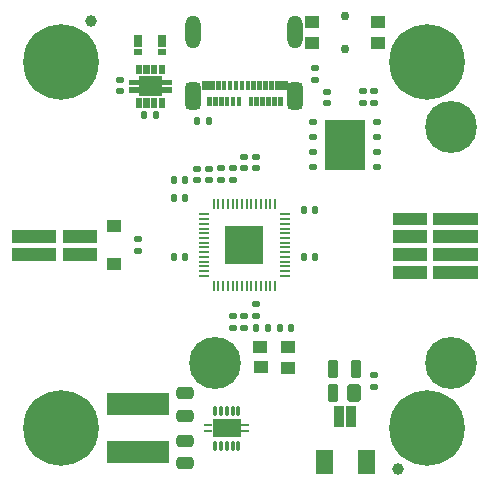
<source format=gbs>
G04 #@! TF.GenerationSoftware,KiCad,Pcbnew,7.0.11*
G04 #@! TF.CreationDate,2024-05-08T11:49:03-04:00*
G04 #@! TF.ProjectId,stepper-interface,73746570-7065-4722-9d69-6e7465726661,1.0*
G04 #@! TF.SameCoordinates,Original*
G04 #@! TF.FileFunction,Soldermask,Bot*
G04 #@! TF.FilePolarity,Negative*
%FSLAX46Y46*%
G04 Gerber Fmt 4.6, Leading zero omitted, Abs format (unit mm)*
G04 Created by KiCad (PCBNEW 7.0.11) date 2024-05-08 11:49:03*
%MOMM*%
%LPD*%
G01*
G04 APERTURE LIST*
G04 Aperture macros list*
%AMRoundRect*
0 Rectangle with rounded corners*
0 $1 Rounding radius*
0 $2 $3 $4 $5 $6 $7 $8 $9 X,Y pos of 4 corners*
0 Add a 4 corners polygon primitive as box body*
4,1,4,$2,$3,$4,$5,$6,$7,$8,$9,$2,$3,0*
0 Add four circle primitives for the rounded corners*
1,1,$1+$1,$2,$3*
1,1,$1+$1,$4,$5*
1,1,$1+$1,$6,$7*
1,1,$1+$1,$8,$9*
0 Add four rect primitives between the rounded corners*
20,1,$1+$1,$2,$3,$4,$5,0*
20,1,$1+$1,$4,$5,$6,$7,0*
20,1,$1+$1,$6,$7,$8,$9,0*
20,1,$1+$1,$8,$9,$2,$3,0*%
G04 Aperture macros list end*
%ADD10C,0.010000*%
%ADD11C,6.400000*%
%ADD12C,4.400000*%
%ADD13C,1.000000*%
%ADD14RoundRect,0.135000X0.185000X-0.135000X0.185000X0.135000X-0.185000X0.135000X-0.185000X-0.135000X0*%
%ADD15RoundRect,0.135000X-0.185000X0.135000X-0.185000X-0.135000X0.185000X-0.135000X0.185000X0.135000X0*%
%ADD16RoundRect,0.140000X0.170000X-0.140000X0.170000X0.140000X-0.170000X0.140000X-0.170000X-0.140000X0*%
%ADD17R,1.300000X1.050000*%
%ADD18RoundRect,0.140000X-0.140000X-0.170000X0.140000X-0.170000X0.140000X0.170000X-0.140000X0.170000X0*%
%ADD19RoundRect,0.250000X-0.475000X0.250000X-0.475000X-0.250000X0.475000X-0.250000X0.475000X0.250000X0*%
%ADD20R,0.700000X0.520000*%
%ADD21R,0.700000X1.050000*%
%ADD22RoundRect,0.140000X0.140000X0.170000X-0.140000X0.170000X-0.140000X-0.170000X0.140000X-0.170000X0*%
%ADD23RoundRect,0.298500X0.298500X-0.453500X0.298500X0.453500X-0.298500X0.453500X-0.298500X-0.453500X0*%
%ADD24RoundRect,0.120600X0.281400X-0.631400X0.281400X0.631400X-0.281400X0.631400X-0.281400X-0.631400X0*%
%ADD25O,1.304000X2.804000*%
%ADD26RoundRect,0.326000X-0.326000X-0.826000X0.326000X-0.826000X0.326000X0.826000X-0.326000X0.826000X0*%
%ADD27C,0.750000*%
%ADD28R,1.200000X1.000000*%
%ADD29RoundRect,0.125000X0.250000X0.125000X-0.250000X0.125000X-0.250000X-0.125000X0.250000X-0.125000X0*%
%ADD30R,3.400000X4.300000*%
%ADD31RoundRect,0.140000X-0.170000X0.140000X-0.170000X-0.140000X0.170000X-0.140000X0.170000X0.140000X0*%
%ADD32R,1.193800X1.092200*%
%ADD33RoundRect,0.250000X0.475000X-0.250000X0.475000X0.250000X-0.475000X0.250000X-0.475000X-0.250000X0*%
%ADD34R,5.207000X1.854200*%
%ADD35RoundRect,0.135000X0.135000X0.185000X-0.135000X0.185000X-0.135000X-0.185000X0.135000X-0.185000X0*%
%ADD36R,0.280000X0.280000*%
%ADD37O,0.280000X0.850000*%
%ADD38C,0.600000*%
%ADD39R,1.050000X0.680000*%
%ADD40R,0.500000X0.260000*%
%ADD41R,0.700000X0.280000*%
%ADD42R,2.400000X1.650000*%
%ADD43RoundRect,0.050000X0.387500X0.050000X-0.387500X0.050000X-0.387500X-0.050000X0.387500X-0.050000X0*%
%ADD44RoundRect,0.050000X0.050000X0.387500X-0.050000X0.387500X-0.050000X-0.387500X0.050000X-0.387500X0*%
%ADD45R,3.200000X3.200000*%
G04 APERTURE END LIST*
D10*
X172101200Y-99851200D02*
X168398800Y-99851200D01*
X168398800Y-98848800D01*
X172101200Y-98848800D01*
X172101200Y-99851200D01*
G36*
X172101200Y-99851200D02*
G01*
X168398800Y-99851200D01*
X168398800Y-98848800D01*
X172101200Y-98848800D01*
X172101200Y-99851200D01*
G37*
X167751200Y-99851200D02*
X164948800Y-99851200D01*
X164948800Y-98848800D01*
X167751200Y-98848800D01*
X167751200Y-99851200D01*
G36*
X167751200Y-99851200D02*
G01*
X164948800Y-99851200D01*
X164948800Y-98848800D01*
X167751200Y-98848800D01*
X167751200Y-99851200D01*
G37*
X172101200Y-101351200D02*
X168398800Y-101351200D01*
X168398800Y-100348800D01*
X172101200Y-100348800D01*
X172101200Y-101351200D01*
G36*
X172101200Y-101351200D02*
G01*
X168398800Y-101351200D01*
X168398800Y-100348800D01*
X172101200Y-100348800D01*
X172101200Y-101351200D01*
G37*
X167751200Y-101351200D02*
X164948800Y-101351200D01*
X164948800Y-100348800D01*
X167751200Y-100348800D01*
X167751200Y-101351200D01*
G36*
X167751200Y-101351200D02*
G01*
X164948800Y-101351200D01*
X164948800Y-100348800D01*
X167751200Y-100348800D01*
X167751200Y-101351200D01*
G37*
X172101200Y-102851200D02*
X168398800Y-102851200D01*
X168398800Y-101848800D01*
X172101200Y-101848800D01*
X172101200Y-102851200D01*
G36*
X172101200Y-102851200D02*
G01*
X168398800Y-102851200D01*
X168398800Y-101848800D01*
X172101200Y-101848800D01*
X172101200Y-102851200D01*
G37*
X167751200Y-102851200D02*
X164948800Y-102851200D01*
X164948800Y-101848800D01*
X167751200Y-101848800D01*
X167751200Y-102851200D01*
G36*
X167751200Y-102851200D02*
G01*
X164948800Y-102851200D01*
X164948800Y-101848800D01*
X167751200Y-101848800D01*
X167751200Y-102851200D01*
G37*
X172101200Y-104351200D02*
X168398800Y-104351200D01*
X168398800Y-103348800D01*
X172101200Y-103348800D01*
X172101200Y-104351200D01*
G36*
X172101200Y-104351200D02*
G01*
X168398800Y-104351200D01*
X168398800Y-103348800D01*
X172101200Y-103348800D01*
X172101200Y-104351200D01*
G37*
X167751200Y-104351200D02*
X164948800Y-104351200D01*
X164948800Y-103348800D01*
X167751200Y-103348800D01*
X167751200Y-104351200D01*
G36*
X167751200Y-104351200D02*
G01*
X164948800Y-104351200D01*
X164948800Y-103348800D01*
X167751200Y-103348800D01*
X167751200Y-104351200D01*
G37*
X149800000Y-88420000D02*
X148800000Y-88420000D01*
X148800000Y-87720000D01*
X149800000Y-87720000D01*
X149800000Y-88420000D01*
G36*
X149800000Y-88420000D02*
G01*
X148800000Y-88420000D01*
X148800000Y-87720000D01*
X149800000Y-87720000D01*
X149800000Y-88420000D01*
G37*
X149550000Y-89720000D02*
X149250000Y-89720000D01*
X149250000Y-89020000D01*
X149550000Y-89020000D01*
X149550000Y-89720000D01*
G36*
X149550000Y-89720000D02*
G01*
X149250000Y-89720000D01*
X149250000Y-89020000D01*
X149550000Y-89020000D01*
X149550000Y-89720000D01*
G37*
X150050000Y-89720000D02*
X149750000Y-89720000D01*
X149750000Y-89020000D01*
X150050000Y-89020000D01*
X150050000Y-89720000D01*
G36*
X150050000Y-89720000D02*
G01*
X149750000Y-89720000D01*
X149750000Y-89020000D01*
X150050000Y-89020000D01*
X150050000Y-89720000D01*
G37*
X150300000Y-88420000D02*
X150000000Y-88420000D01*
X150000000Y-87720000D01*
X150300000Y-87720000D01*
X150300000Y-88420000D01*
G36*
X150300000Y-88420000D02*
G01*
X150000000Y-88420000D01*
X150000000Y-87720000D01*
X150300000Y-87720000D01*
X150300000Y-88420000D01*
G37*
X150550000Y-89720000D02*
X150250000Y-89720000D01*
X150250000Y-89020000D01*
X150550000Y-89020000D01*
X150550000Y-89720000D01*
G36*
X150550000Y-89720000D02*
G01*
X150250000Y-89720000D01*
X150250000Y-89020000D01*
X150550000Y-89020000D01*
X150550000Y-89720000D01*
G37*
X150800000Y-88420000D02*
X150500000Y-88420000D01*
X150500000Y-87720000D01*
X150800000Y-87720000D01*
X150800000Y-88420000D01*
G36*
X150800000Y-88420000D02*
G01*
X150500000Y-88420000D01*
X150500000Y-87720000D01*
X150800000Y-87720000D01*
X150800000Y-88420000D01*
G37*
X151050000Y-89720000D02*
X150750000Y-89720000D01*
X150750000Y-89020000D01*
X151050000Y-89020000D01*
X151050000Y-89720000D01*
G36*
X151050000Y-89720000D02*
G01*
X150750000Y-89720000D01*
X150750000Y-89020000D01*
X151050000Y-89020000D01*
X151050000Y-89720000D01*
G37*
X151300000Y-88420000D02*
X151000000Y-88420000D01*
X151000000Y-87720000D01*
X151300000Y-87720000D01*
X151300000Y-88420000D01*
G36*
X151300000Y-88420000D02*
G01*
X151000000Y-88420000D01*
X151000000Y-87720000D01*
X151300000Y-87720000D01*
X151300000Y-88420000D01*
G37*
X151550000Y-89720000D02*
X151250000Y-89720000D01*
X151250000Y-89020000D01*
X151550000Y-89020000D01*
X151550000Y-89720000D01*
G36*
X151550000Y-89720000D02*
G01*
X151250000Y-89720000D01*
X151250000Y-89020000D01*
X151550000Y-89020000D01*
X151550000Y-89720000D01*
G37*
X151800000Y-88420000D02*
X151500000Y-88420000D01*
X151500000Y-87720000D01*
X151800000Y-87720000D01*
X151800000Y-88420000D01*
G36*
X151800000Y-88420000D02*
G01*
X151500000Y-88420000D01*
X151500000Y-87720000D01*
X151800000Y-87720000D01*
X151800000Y-88420000D01*
G37*
X152050000Y-89720000D02*
X151750000Y-89720000D01*
X151750000Y-89020000D01*
X152050000Y-89020000D01*
X152050000Y-89720000D01*
G36*
X152050000Y-89720000D02*
G01*
X151750000Y-89720000D01*
X151750000Y-89020000D01*
X152050000Y-89020000D01*
X152050000Y-89720000D01*
G37*
X152300000Y-88420000D02*
X152000000Y-88420000D01*
X152000000Y-87720000D01*
X152300000Y-87720000D01*
X152300000Y-88420000D01*
G36*
X152300000Y-88420000D02*
G01*
X152000000Y-88420000D01*
X152000000Y-87720000D01*
X152300000Y-87720000D01*
X152300000Y-88420000D01*
G37*
X152800000Y-88420000D02*
X152500000Y-88420000D01*
X152500000Y-87720000D01*
X152800000Y-87720000D01*
X152800000Y-88420000D01*
G36*
X152800000Y-88420000D02*
G01*
X152500000Y-88420000D01*
X152500000Y-87720000D01*
X152800000Y-87720000D01*
X152800000Y-88420000D01*
G37*
X153050000Y-89720000D02*
X152750000Y-89720000D01*
X152750000Y-89020000D01*
X153050000Y-89020000D01*
X153050000Y-89720000D01*
G36*
X153050000Y-89720000D02*
G01*
X152750000Y-89720000D01*
X152750000Y-89020000D01*
X153050000Y-89020000D01*
X153050000Y-89720000D01*
G37*
X153300000Y-88420000D02*
X153000000Y-88420000D01*
X153000000Y-87720000D01*
X153300000Y-87720000D01*
X153300000Y-88420000D01*
G36*
X153300000Y-88420000D02*
G01*
X153000000Y-88420000D01*
X153000000Y-87720000D01*
X153300000Y-87720000D01*
X153300000Y-88420000D01*
G37*
X153550000Y-89720000D02*
X153250000Y-89720000D01*
X153250000Y-89020000D01*
X153550000Y-89020000D01*
X153550000Y-89720000D01*
G36*
X153550000Y-89720000D02*
G01*
X153250000Y-89720000D01*
X153250000Y-89020000D01*
X153550000Y-89020000D01*
X153550000Y-89720000D01*
G37*
X153800000Y-88420000D02*
X153500000Y-88420000D01*
X153500000Y-87720000D01*
X153800000Y-87720000D01*
X153800000Y-88420000D01*
G36*
X153800000Y-88420000D02*
G01*
X153500000Y-88420000D01*
X153500000Y-87720000D01*
X153800000Y-87720000D01*
X153800000Y-88420000D01*
G37*
X154050000Y-89720000D02*
X153750000Y-89720000D01*
X153750000Y-89020000D01*
X154050000Y-89020000D01*
X154050000Y-89720000D01*
G36*
X154050000Y-89720000D02*
G01*
X153750000Y-89720000D01*
X153750000Y-89020000D01*
X154050000Y-89020000D01*
X154050000Y-89720000D01*
G37*
X154300000Y-88420000D02*
X154000000Y-88420000D01*
X154000000Y-87720000D01*
X154300000Y-87720000D01*
X154300000Y-88420000D01*
G36*
X154300000Y-88420000D02*
G01*
X154000000Y-88420000D01*
X154000000Y-87720000D01*
X154300000Y-87720000D01*
X154300000Y-88420000D01*
G37*
X154550000Y-89720000D02*
X154250000Y-89720000D01*
X154250000Y-89020000D01*
X154550000Y-89020000D01*
X154550000Y-89720000D01*
G36*
X154550000Y-89720000D02*
G01*
X154250000Y-89720000D01*
X154250000Y-89020000D01*
X154550000Y-89020000D01*
X154550000Y-89720000D01*
G37*
X154800000Y-88420000D02*
X154500000Y-88420000D01*
X154500000Y-87720000D01*
X154800000Y-87720000D01*
X154800000Y-88420000D01*
G36*
X154800000Y-88420000D02*
G01*
X154500000Y-88420000D01*
X154500000Y-87720000D01*
X154800000Y-87720000D01*
X154800000Y-88420000D01*
G37*
X155050000Y-89720000D02*
X154750000Y-89720000D01*
X154750000Y-89020000D01*
X155050000Y-89020000D01*
X155050000Y-89720000D01*
G36*
X155050000Y-89720000D02*
G01*
X154750000Y-89720000D01*
X154750000Y-89020000D01*
X155050000Y-89020000D01*
X155050000Y-89720000D01*
G37*
X156000000Y-88420000D02*
X155000000Y-88420000D01*
X155000000Y-87720000D01*
X156000000Y-87720000D01*
X156000000Y-88420000D01*
G36*
X156000000Y-88420000D02*
G01*
X155000000Y-88420000D01*
X155000000Y-87720000D01*
X156000000Y-87720000D01*
X156000000Y-88420000D01*
G37*
X155550000Y-89720000D02*
X155250000Y-89720000D01*
X155250000Y-89020000D01*
X155550000Y-89020000D01*
X155550000Y-89720000D01*
G36*
X155550000Y-89720000D02*
G01*
X155250000Y-89720000D01*
X155250000Y-89020000D01*
X155550000Y-89020000D01*
X155550000Y-89720000D01*
G37*
X136401200Y-102851200D02*
X132698800Y-102851200D01*
X132698800Y-101848800D01*
X136401200Y-101848800D01*
X136401200Y-102851200D01*
G36*
X136401200Y-102851200D02*
G01*
X132698800Y-102851200D01*
X132698800Y-101848800D01*
X136401200Y-101848800D01*
X136401200Y-102851200D01*
G37*
X139851200Y-102851200D02*
X137048800Y-102851200D01*
X137048800Y-101848800D01*
X139851200Y-101848800D01*
X139851200Y-102851200D01*
G36*
X139851200Y-102851200D02*
G01*
X137048800Y-102851200D01*
X137048800Y-101848800D01*
X139851200Y-101848800D01*
X139851200Y-102851200D01*
G37*
X136401200Y-101351200D02*
X132698800Y-101351200D01*
X132698800Y-100348800D01*
X136401200Y-100348800D01*
X136401200Y-101351200D01*
G36*
X136401200Y-101351200D02*
G01*
X132698800Y-101351200D01*
X132698800Y-100348800D01*
X136401200Y-100348800D01*
X136401200Y-101351200D01*
G37*
X139851200Y-101351200D02*
X137048800Y-101351200D01*
X137048800Y-100348800D01*
X139851200Y-100348800D01*
X139851200Y-101351200D01*
G36*
X139851200Y-101351200D02*
G01*
X137048800Y-101351200D01*
X137048800Y-100348800D01*
X139851200Y-100348800D01*
X139851200Y-101351200D01*
G37*
X143650000Y-89870000D02*
X143200000Y-89870000D01*
X143200000Y-89130000D01*
X143650000Y-89130000D01*
X143650000Y-89870000D01*
G36*
X143650000Y-89870000D02*
G01*
X143200000Y-89870000D01*
X143200000Y-89130000D01*
X143650000Y-89130000D01*
X143650000Y-89870000D01*
G37*
X144300000Y-89870000D02*
X143850000Y-89870000D01*
X143850000Y-89130000D01*
X144300000Y-89130000D01*
X144300000Y-89870000D01*
G36*
X144300000Y-89870000D02*
G01*
X143850000Y-89870000D01*
X143850000Y-89130000D01*
X144300000Y-89130000D01*
X144300000Y-89870000D01*
G37*
X144950000Y-89870000D02*
X144500000Y-89870000D01*
X144500000Y-89130000D01*
X144950000Y-89130000D01*
X144950000Y-89870000D01*
G36*
X144950000Y-89870000D02*
G01*
X144500000Y-89870000D01*
X144500000Y-89130000D01*
X144950000Y-89130000D01*
X144950000Y-89870000D01*
G37*
X145600000Y-89870000D02*
X145150000Y-89870000D01*
X145150000Y-89130000D01*
X145600000Y-89130000D01*
X145600000Y-89870000D01*
G36*
X145600000Y-89870000D02*
G01*
X145150000Y-89870000D01*
X145150000Y-89130000D01*
X145600000Y-89130000D01*
X145600000Y-89870000D01*
G37*
X143650000Y-87070000D02*
X143200000Y-87070000D01*
X143200000Y-86330000D01*
X143650000Y-86330000D01*
X143650000Y-87070000D01*
G36*
X143650000Y-87070000D02*
G01*
X143200000Y-87070000D01*
X143200000Y-86330000D01*
X143650000Y-86330000D01*
X143650000Y-87070000D01*
G37*
X144300000Y-87070000D02*
X143850000Y-87070000D01*
X143850000Y-86330000D01*
X144300000Y-86330000D01*
X144300000Y-87070000D01*
G36*
X144300000Y-87070000D02*
G01*
X143850000Y-87070000D01*
X143850000Y-86330000D01*
X144300000Y-86330000D01*
X144300000Y-87070000D01*
G37*
X144950000Y-87070000D02*
X144500000Y-87070000D01*
X144500000Y-86330000D01*
X144950000Y-86330000D01*
X144950000Y-87070000D01*
G36*
X144950000Y-87070000D02*
G01*
X144500000Y-87070000D01*
X144500000Y-86330000D01*
X144950000Y-86330000D01*
X144950000Y-87070000D01*
G37*
X145600000Y-87070000D02*
X145150000Y-87070000D01*
X145150000Y-86330000D01*
X145600000Y-86330000D01*
X145600000Y-87070000D01*
G36*
X145600000Y-87070000D02*
G01*
X145150000Y-87070000D01*
X145150000Y-86330000D01*
X145600000Y-86330000D01*
X145600000Y-87070000D01*
G37*
X145345000Y-87590000D02*
X146170000Y-87590000D01*
X146170000Y-87960000D01*
X145345000Y-87960000D01*
X145345000Y-88240000D01*
X146170000Y-88240000D01*
X146170000Y-88610000D01*
X145345000Y-88610000D01*
X145345000Y-88920000D01*
X143455000Y-88920000D01*
X143455000Y-88610000D01*
X142630000Y-88610000D01*
X142630000Y-88240000D01*
X143455000Y-88240000D01*
X143455000Y-87960000D01*
X142630000Y-87960000D01*
X142630000Y-87590000D01*
X143455000Y-87590000D01*
X143455000Y-87280000D01*
X145345000Y-87280000D01*
X145345000Y-87590000D01*
G36*
X145345000Y-87590000D02*
G01*
X146170000Y-87590000D01*
X146170000Y-87960000D01*
X145345000Y-87960000D01*
X145345000Y-88240000D01*
X146170000Y-88240000D01*
X146170000Y-88610000D01*
X145345000Y-88610000D01*
X145345000Y-88920000D01*
X143455000Y-88920000D01*
X143455000Y-88610000D01*
X142630000Y-88610000D01*
X142630000Y-88240000D01*
X143455000Y-88240000D01*
X143455000Y-87960000D01*
X142630000Y-87960000D01*
X142630000Y-87590000D01*
X143455000Y-87590000D01*
X143455000Y-87280000D01*
X145345000Y-87280000D01*
X145345000Y-87590000D01*
G37*
X163376200Y-120926200D02*
X162023800Y-120926200D01*
X162023800Y-118973800D01*
X163376200Y-118973800D01*
X163376200Y-120926200D01*
G36*
X163376200Y-120926200D02*
G01*
X162023800Y-120926200D01*
X162023800Y-118973800D01*
X163376200Y-118973800D01*
X163376200Y-120926200D01*
G37*
X161776200Y-116876200D02*
X161023800Y-116876200D01*
X161023800Y-115223800D01*
X161776200Y-115223800D01*
X161776200Y-116876200D01*
G36*
X161776200Y-116876200D02*
G01*
X161023800Y-116876200D01*
X161023800Y-115223800D01*
X161776200Y-115223800D01*
X161776200Y-116876200D01*
G37*
X160776200Y-116876200D02*
X160023800Y-116876200D01*
X160023800Y-115223800D01*
X160776200Y-115223800D01*
X160776200Y-116876200D01*
G36*
X160776200Y-116876200D02*
G01*
X160023800Y-116876200D01*
X160023800Y-115223800D01*
X160776200Y-115223800D01*
X160776200Y-116876200D01*
G37*
X159776200Y-120926200D02*
X158423800Y-120926200D01*
X158423800Y-118973800D01*
X159776200Y-118973800D01*
X159776200Y-120926200D01*
G36*
X159776200Y-120926200D02*
G01*
X158423800Y-120926200D01*
X158423800Y-118973800D01*
X159776200Y-118973800D01*
X159776200Y-120926200D01*
G37*
D11*
X167900000Y-117100000D03*
X136900000Y-86100000D03*
X167900000Y-86100000D03*
D12*
X169900000Y-91600000D03*
X169900000Y-111600000D03*
X149900000Y-111600000D03*
D11*
X136900000Y-117100000D03*
D13*
X139400000Y-82600000D03*
D14*
X163400000Y-89610000D03*
X163400000Y-88590000D03*
D15*
X151400000Y-95090000D03*
X151400000Y-96110000D03*
D16*
X153400000Y-95080000D03*
X153400000Y-94120000D03*
D17*
X156050000Y-111975000D03*
X153800000Y-111900000D03*
X153750000Y-110225000D03*
X156050000Y-110225000D03*
D18*
X155420000Y-108600000D03*
X156380000Y-108600000D03*
D19*
X147400000Y-114150000D03*
X147400000Y-116050000D03*
D20*
X143400000Y-85240000D03*
D21*
X143400000Y-84325000D03*
D22*
X154380000Y-108600000D03*
X153420000Y-108600000D03*
D15*
X150400000Y-95090000D03*
X150400000Y-96110000D03*
D16*
X152400000Y-95080000D03*
X152400000Y-94120000D03*
D18*
X157420000Y-102600000D03*
X158380000Y-102600000D03*
D23*
X161665000Y-114125000D03*
D24*
X159940000Y-114125000D03*
X159940000Y-112075000D03*
X161860000Y-112075000D03*
D25*
X148080000Y-83600000D03*
X156720000Y-83600000D03*
D26*
X148080000Y-88960000D03*
X156720000Y-88960000D03*
D27*
X160900000Y-82225000D03*
X160900000Y-84975000D03*
D28*
X163700000Y-84450000D03*
X163700000Y-82750000D03*
X158100000Y-84450000D03*
X158100000Y-82750000D03*
D29*
X163600000Y-91195000D03*
X163600000Y-92465000D03*
X163600000Y-93735000D03*
X163600000Y-95005000D03*
X158200000Y-95005000D03*
X158200000Y-93735000D03*
X158200000Y-92465000D03*
X158200000Y-91195000D03*
D30*
X160900000Y-93100000D03*
D22*
X147380000Y-97600000D03*
X146420000Y-97600000D03*
D16*
X159400000Y-89580000D03*
X159400000Y-88620000D03*
D31*
X152400000Y-107620000D03*
X152400000Y-108580000D03*
D22*
X147380000Y-96100000D03*
X146420000Y-96100000D03*
D16*
X148400000Y-96080000D03*
X148400000Y-95120000D03*
D22*
X144880000Y-90600000D03*
X143920000Y-90600000D03*
D32*
X141400000Y-99987100D03*
X141400000Y-103212900D03*
D20*
X145400000Y-85240000D03*
D21*
X145400000Y-84325000D03*
D18*
X157420000Y-98600000D03*
X158380000Y-98600000D03*
D33*
X147400000Y-120050000D03*
X147400000Y-118150000D03*
D15*
X158400000Y-86590000D03*
X158400000Y-87610000D03*
D34*
X143400000Y-115068000D03*
X143400000Y-119132000D03*
D15*
X153400000Y-106590000D03*
X153400000Y-107610000D03*
D35*
X149410000Y-91100000D03*
X148390000Y-91100000D03*
D31*
X151400000Y-107620000D03*
X151400000Y-108580000D03*
X143400000Y-101120000D03*
X143400000Y-102080000D03*
D13*
X165400000Y-120600000D03*
D14*
X162400000Y-89610000D03*
X162400000Y-88590000D03*
D36*
X149900000Y-115340000D03*
D37*
X149900000Y-115625000D03*
D36*
X150400000Y-115340000D03*
D37*
X150400000Y-115625000D03*
D36*
X150900000Y-115340000D03*
D37*
X150900000Y-115625000D03*
D36*
X151400000Y-115340000D03*
D37*
X151400000Y-115625000D03*
D36*
X151900000Y-115340000D03*
D37*
X151900000Y-115625000D03*
X151900000Y-118575000D03*
D36*
X151900000Y-118860000D03*
D37*
X151400000Y-118575000D03*
D36*
X151400000Y-118860000D03*
D37*
X150900000Y-118575000D03*
D36*
X150900000Y-118860000D03*
D37*
X150400000Y-118575000D03*
D36*
X150400000Y-118860000D03*
D37*
X149900000Y-118575000D03*
D36*
X149900000Y-118860000D03*
D38*
X151650000Y-116600000D03*
X150150000Y-116600000D03*
D39*
X151535000Y-116650000D03*
X150265000Y-116650000D03*
D40*
X152530000Y-116850000D03*
D41*
X152450000Y-116850000D03*
X149350000Y-116850000D03*
D40*
X149270000Y-116850000D03*
D38*
X150900000Y-117100000D03*
D42*
X150900000Y-117100000D03*
D40*
X152530000Y-117350000D03*
D41*
X152450000Y-117350000D03*
X149350000Y-117350000D03*
D40*
X149270000Y-117350000D03*
D39*
X151535000Y-117550000D03*
X150265000Y-117550000D03*
D38*
X151650000Y-117600000D03*
X150150000Y-117600000D03*
D22*
X147380000Y-102600000D03*
X146420000Y-102600000D03*
D43*
X155837500Y-99000000D03*
X155837500Y-99400000D03*
X155837500Y-99800000D03*
X155837500Y-100200000D03*
X155837500Y-100600000D03*
X155837500Y-101000000D03*
X155837500Y-101400000D03*
X155837500Y-101800000D03*
X155837500Y-102200000D03*
X155837500Y-102600000D03*
X155837500Y-103000000D03*
X155837500Y-103400000D03*
X155837500Y-103800000D03*
X155837500Y-104200000D03*
D44*
X155000000Y-105037500D03*
X154600000Y-105037500D03*
X154200000Y-105037500D03*
X153800000Y-105037500D03*
X153400000Y-105037500D03*
X153000000Y-105037500D03*
X152600000Y-105037500D03*
X152200000Y-105037500D03*
X151800000Y-105037500D03*
X151400000Y-105037500D03*
X151000000Y-105037500D03*
X150600000Y-105037500D03*
X150200000Y-105037500D03*
X149800000Y-105037500D03*
D43*
X148962500Y-104200000D03*
X148962500Y-103800000D03*
X148962500Y-103400000D03*
X148962500Y-103000000D03*
X148962500Y-102600000D03*
X148962500Y-102200000D03*
X148962500Y-101800000D03*
X148962500Y-101400000D03*
X148962500Y-101000000D03*
X148962500Y-100600000D03*
X148962500Y-100200000D03*
X148962500Y-99800000D03*
X148962500Y-99400000D03*
X148962500Y-99000000D03*
D44*
X149800000Y-98162500D03*
X150200000Y-98162500D03*
X150600000Y-98162500D03*
X151000000Y-98162500D03*
X151400000Y-98162500D03*
X151800000Y-98162500D03*
X152200000Y-98162500D03*
X152600000Y-98162500D03*
X153000000Y-98162500D03*
X153400000Y-98162500D03*
X153800000Y-98162500D03*
X154200000Y-98162500D03*
X154600000Y-98162500D03*
X155000000Y-98162500D03*
D45*
X152400000Y-101600000D03*
D31*
X141900000Y-87620000D03*
X141900000Y-88580000D03*
D16*
X149400000Y-96080000D03*
X149400000Y-95120000D03*
D31*
X163400000Y-112620000D03*
X163400000Y-113580000D03*
M02*

</source>
